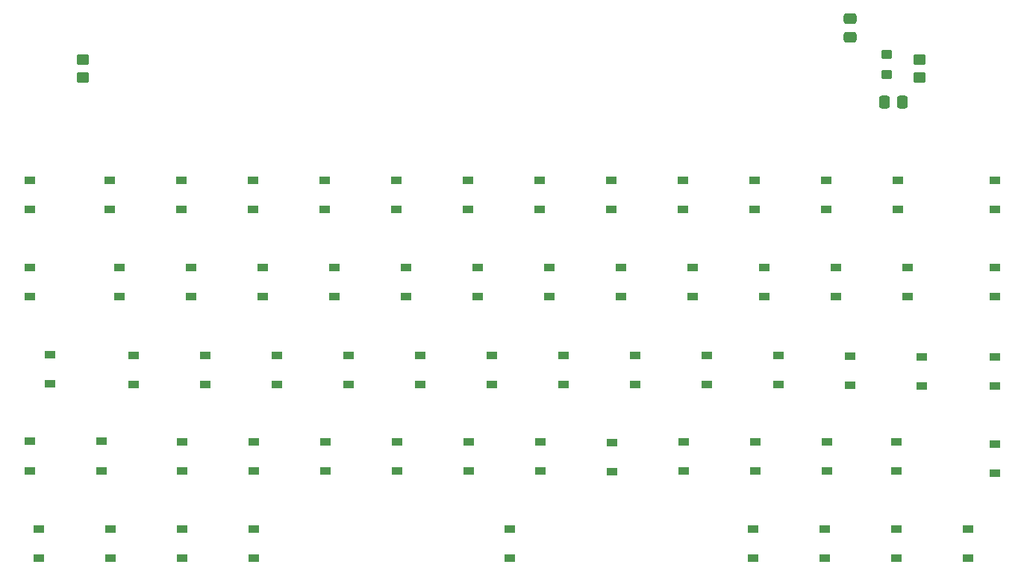
<source format=gbr>
%TF.GenerationSoftware,KiCad,Pcbnew,6.0.0-rc1-unknown-d76c6bc884~144~ubuntu21.10.1*%
%TF.CreationDate,2021-11-30T16:14:45+00:00*%
%TF.ProjectId,tad2_bottom,74616432-5f62-46f7-9474-6f6d2e6b6963,rev?*%
%TF.SameCoordinates,Original*%
%TF.FileFunction,Paste,Bot*%
%TF.FilePolarity,Positive*%
%FSLAX46Y46*%
G04 Gerber Fmt 4.6, Leading zero omitted, Abs format (unit mm)*
G04 Created by KiCad (PCBNEW 6.0.0-rc1-unknown-d76c6bc884~144~ubuntu21.10.1) date 2021-11-30 16:14:45*
%MOMM*%
%LPD*%
G01*
G04 APERTURE LIST*
G04 Aperture macros list*
%AMRoundRect*
0 Rectangle with rounded corners*
0 $1 Rounding radius*
0 $2 $3 $4 $5 $6 $7 $8 $9 X,Y pos of 4 corners*
0 Add a 4 corners polygon primitive as box body*
4,1,4,$2,$3,$4,$5,$6,$7,$8,$9,$2,$3,0*
0 Add four circle primitives for the rounded corners*
1,1,$1+$1,$2,$3*
1,1,$1+$1,$4,$5*
1,1,$1+$1,$6,$7*
1,1,$1+$1,$8,$9*
0 Add four rect primitives between the rounded corners*
20,1,$1+$1,$2,$3,$4,$5,0*
20,1,$1+$1,$4,$5,$6,$7,0*
20,1,$1+$1,$6,$7,$8,$9,0*
20,1,$1+$1,$8,$9,$2,$3,0*%
G04 Aperture macros list end*
%ADD10R,1.200000X0.900000*%
%ADD11R,1.200000X0.958000*%
%ADD12RoundRect,0.250000X-0.450000X0.350000X-0.450000X-0.350000X0.450000X-0.350000X0.450000X0.350000X0*%
%ADD13RoundRect,0.250000X0.337500X0.475000X-0.337500X0.475000X-0.337500X-0.475000X0.337500X-0.475000X0*%
%ADD14RoundRect,0.250000X-0.475000X0.337500X-0.475000X-0.337500X0.475000X-0.337500X0.475000X0.337500X0*%
%ADD15RoundRect,0.250000X-0.350000X0.275000X-0.350000X-0.275000X0.350000X-0.275000X0.350000X0.275000X0*%
G04 APERTURE END LIST*
D10*
%TO.C,S_'1*%
X132588000Y-142977000D03*
D11*
X132588000Y-139648000D03*
%TD*%
D10*
%TO.C,S_;1*%
X124460000Y-142873000D03*
D11*
X124460000Y-139544000D03*
%TD*%
D10*
%TO.C,S_ENTER1*%
X149006000Y-143053000D03*
D11*
X149006000Y-139724000D03*
%TD*%
D10*
%TO.C,S_MAC1*%
X145958000Y-162611000D03*
D11*
X145958000Y-159282000D03*
%TD*%
D10*
%TO.C,S_O1*%
X114716000Y-132893000D03*
D11*
X114716000Y-129564000D03*
%TD*%
D10*
%TO.C,S_[1*%
X130972000Y-132893000D03*
D11*
X130972000Y-129564000D03*
%TD*%
D10*
%TO.C,S_TAB1*%
X39532000Y-132893000D03*
D11*
X39532000Y-129564000D03*
%TD*%
D10*
%TO.C,S_8*%
X105500000Y-122987000D03*
D11*
X105500000Y-119658000D03*
%TD*%
D10*
%TO.C,S_+1*%
X138012000Y-122987000D03*
D11*
X138012000Y-119658000D03*
%TD*%
D10*
%TO.C,S_3*%
X64860000Y-122987000D03*
D11*
X64860000Y-119658000D03*
%TD*%
D10*
%TO.C,S_RSH1*%
X149006000Y-152959000D03*
D11*
X149006000Y-149630000D03*
%TD*%
D10*
%TO.C,S_X1*%
X64932000Y-152705000D03*
D11*
X64932000Y-149376000D03*
%TD*%
D10*
%TO.C,S_I1*%
X106588000Y-132893000D03*
D11*
X106588000Y-129564000D03*
%TD*%
D10*
%TO.C,S_D1*%
X67564000Y-142873000D03*
D11*
X67564000Y-139544000D03*
%TD*%
D10*
%TO.C,S_CTR1*%
X41818000Y-142799000D03*
D11*
X41818000Y-139470000D03*
%TD*%
D10*
%TO.C,S_L1*%
X116332000Y-142873000D03*
D11*
X116332000Y-139544000D03*
%TD*%
D10*
%TO.C,S_J1*%
X100076000Y-142873000D03*
D11*
X100076000Y-139544000D03*
%TD*%
D10*
%TO.C,S_T1*%
X82204000Y-132893000D03*
D11*
X82204000Y-129564000D03*
%TD*%
D10*
%TO.C,S_2*%
X56732000Y-122995000D03*
D11*
X56732000Y-119666000D03*
%TD*%
D10*
%TO.C,S_SPC1*%
X93980000Y-162611000D03*
D11*
X93980000Y-159282000D03*
%TD*%
D10*
%TO.C,S_LSH1*%
X39552000Y-152652000D03*
D11*
X39552000Y-149323000D03*
%TD*%
D10*
%TO.C,S_RFN1*%
X137830000Y-162611000D03*
D11*
X137830000Y-159282000D03*
%TD*%
D10*
%TO.C,S_\u005C1*%
X140754000Y-143053000D03*
D11*
X140754000Y-139724000D03*
%TD*%
D10*
%TO.C,S_1*%
X48604000Y-122987000D03*
D11*
X48604000Y-119658000D03*
%TD*%
D10*
%TO.C,S_/1*%
X129956000Y-152705000D03*
D11*
X129956000Y-149376000D03*
%TD*%
D10*
%TO.C,S_7*%
X97372000Y-122987000D03*
D11*
X97372000Y-119658000D03*
%TD*%
D10*
%TO.C,S_P1*%
X122844000Y-132893000D03*
D11*
X122844000Y-129564000D03*
%TD*%
D10*
%TO.C,S_-1*%
X129884000Y-122987000D03*
D11*
X129884000Y-119658000D03*
%TD*%
D10*
%TO.C,S_]1*%
X139100000Y-132893000D03*
D11*
X139100000Y-129564000D03*
%TD*%
D10*
%TO.C,S_U1*%
X98460000Y-132893000D03*
D11*
X98460000Y-129564000D03*
%TD*%
D10*
%TO.C,S_RIG1*%
X129702000Y-162611000D03*
D11*
X129702000Y-159282000D03*
%TD*%
D10*
%TO.C,S_LHY1*%
X40548000Y-162611000D03*
D11*
X40548000Y-159282000D03*
%TD*%
D10*
%TO.C,S_.1*%
X121828000Y-152705000D03*
D11*
X121828000Y-149376000D03*
%TD*%
D10*
%TO.C,S_4*%
X72988000Y-122987000D03*
D11*
X72988000Y-119658000D03*
%TD*%
D10*
%TO.C,S_C1*%
X73060000Y-152705000D03*
D11*
X73060000Y-149376000D03*
%TD*%
D10*
%TO.C,S_TIL1*%
X137830000Y-152705000D03*
D11*
X137830000Y-149376000D03*
%TD*%
D10*
%TO.C,S_H1*%
X91948000Y-142873000D03*
D11*
X91948000Y-139544000D03*
%TD*%
D10*
%TO.C,S_K1*%
X108204000Y-142873000D03*
D11*
X108204000Y-139544000D03*
%TD*%
D10*
%TO.C,S_DOWN1*%
X64932000Y-162611000D03*
D11*
X64932000Y-159282000D03*
%TD*%
D10*
%TO.C,S_A1*%
X51308000Y-142873000D03*
D11*
X51308000Y-139544000D03*
%TD*%
D10*
%TO.C,S_BCK1*%
X149006000Y-132893000D03*
D11*
X149006000Y-129564000D03*
%TD*%
D10*
%TO.C,S_10*%
X121756000Y-122987000D03*
D11*
X121756000Y-119658000D03*
%TD*%
D10*
%TO.C,S_DEL1*%
X149006000Y-122987000D03*
D11*
X149006000Y-119658000D03*
%TD*%
D10*
%TO.C,S_R1*%
X74076000Y-132893000D03*
D11*
X74076000Y-129564000D03*
%TD*%
D10*
%TO.C,S_B1*%
X89316000Y-152705000D03*
D11*
X89316000Y-149376000D03*
%TD*%
D10*
%TO.C,S_Q1*%
X49692000Y-132893000D03*
D11*
X49692000Y-129564000D03*
%TD*%
D10*
%TO.C,S_M1*%
X105572000Y-152753500D03*
D11*
X105572000Y-149424500D03*
%TD*%
D10*
%TO.C,S_LEF1*%
X121574000Y-162611000D03*
D11*
X121574000Y-159282000D03*
%TD*%
D10*
%TO.C,S_ESC1*%
X39532000Y-122987000D03*
D11*
X39532000Y-119658000D03*
%TD*%
D10*
%TO.C,S_W1*%
X57820000Y-132893000D03*
D11*
X57820000Y-129564000D03*
%TD*%
D10*
%TO.C,S_V1*%
X81188000Y-152705000D03*
D11*
X81188000Y-149376000D03*
%TD*%
D10*
%TO.C,S_5*%
X81116000Y-122987000D03*
D11*
X81116000Y-119658000D03*
%TD*%
D10*
%TO.C,S_Y1*%
X90332000Y-132893000D03*
D11*
X90332000Y-129564000D03*
%TD*%
D10*
%TO.C,S_G1*%
X83820000Y-142873000D03*
D11*
X83820000Y-139544000D03*
%TD*%
D10*
%TO.C,S_N1*%
X97444000Y-152705000D03*
D11*
X97444000Y-149376000D03*
%TD*%
D10*
%TO.C,S_9*%
X113628000Y-122987000D03*
D11*
X113628000Y-119658000D03*
%TD*%
D10*
%TO.C,S_ALT1*%
X47680000Y-152652000D03*
D11*
X47680000Y-149323000D03*
%TD*%
D10*
%TO.C,S_6*%
X89244000Y-122987000D03*
D11*
X89244000Y-119658000D03*
%TD*%
D10*
%TO.C,S_LFN1*%
X48676000Y-162611000D03*
D11*
X48676000Y-159282000D03*
%TD*%
D10*
%TO.C,S_S1*%
X59436000Y-142873000D03*
D11*
X59436000Y-139544000D03*
%TD*%
D10*
%TO.C,S_Z1*%
X56804000Y-152705000D03*
D11*
X56804000Y-149376000D03*
%TD*%
D10*
%TO.C,S_E1*%
X65948000Y-132893000D03*
D11*
X65948000Y-129564000D03*
%TD*%
D10*
%TO.C,S_UP1*%
X56804000Y-162611000D03*
D11*
X56804000Y-159282000D03*
%TD*%
D10*
%TO.C,S_\u002C1*%
X113700000Y-152705000D03*
D11*
X113700000Y-149376000D03*
%TD*%
D10*
%TO.C,S_F1*%
X75692000Y-142873000D03*
D11*
X75692000Y-139544000D03*
%TD*%
D12*
%TO.C,R7*%
X45593000Y-105984800D03*
X45593000Y-107984800D03*
%TD*%
%TO.C,R4*%
X140462000Y-105984800D03*
X140462000Y-107984800D03*
%TD*%
D13*
%TO.C,C2*%
X138537500Y-110794800D03*
X136462500Y-110794800D03*
%TD*%
D14*
%TO.C,C12*%
X132588000Y-101303000D03*
X132588000Y-103378000D03*
%TD*%
D15*
%TO.C,L1*%
X136750000Y-105350000D03*
X136750000Y-107650000D03*
%TD*%
M02*

</source>
